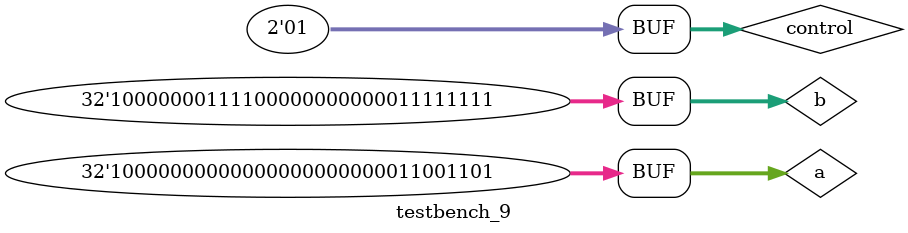
<source format=sv>
module testbench_9
#(parameter width = 3)
();
	/* way 1
	logic [width-1:0] a, b;
	logic equal, unequal, 
	less_then, less_then_equal, 
	greater_then, greater_then_equal;*/
	
	logic [32-1:0] a, b;
	logic n, z, c, v;
	logic hs, ls, hi, lo;
	logic ge, le, gt, lt;
	logic [2-1:0] control;
	logic [32-1:0] result;
	// instantiate device under test (dut)
	/* way 1
	comparator_parameter #(width) dut(a, b, equal, unequal, 
	less_then, less_then_equal, greater_then, greater_then_equal);*/
	
	alu_4f_32 alu(a, b, control, result, n, z, c, v);
	comparator_unsigned_alu cmp_unsign(n, z, c, v, hs, ls, hi, lo);
	comparator_signed_alu cmp_sign(n, z, c, v, ge, le, gt, lt);
	// apply inputs one at a time
	initial 
		begin
			/* way 1
			a = 3'b000; b = 3'b000; #10;
			assert (equal === 1'b1) else $error("1 failed.");
			a = 3'b100; b = 3'b000; #10;
			assert (unequal === 1'b1) else $error("2 failed.");
			a = 3'b010; b = 3'b011; #10;
			assert (less_then === 1'b1) else $error("3 failed.");
			// test for signed number (-4 and 3)
			a = 3'b100; b = 3'b011; #10;
			assert (less_then === 1'b1) else $error("4 failed.");
			
			a = 3'b100; b = 3'b100; #10;
			assert (less_then_equal === 1'b1) else $error("5 failed.");
			a = 3'b100; b = 3'b010; #10;
			assert (greater_then === 1'b1) else $error("6 failed.");
			a = 3'b100; b = 3'b010; #10;
			assert (greater_then_equal === 1'b1) else $error("7 failed.");
			a = 3'b010; b = 3'b010; #10;
			assert (greater_then_equal === 1'b1) else $error("8 failed.");*/
			control = 2'b01; 
			a = 255; b = 25; #10;
			a = 752_456; b = 498; #10;
			a = 457; b = 498; #10;
			a = 0; b = 0; #10;
			
			a = 32'h8000_0000; b = 32'h7fff_ffff; #10;
			
			a = 32'h8000_abcd; b = 32'h8fff_ffff; #10;
			a = 32'h8000_abcd; b = 32'h8000_00ff; #10;
			a = 32'h8000_00cd; b = 32'h80f0_00ff; #10;
			
			
			
			
			
			
			
			
			
		end
endmodule
</source>
